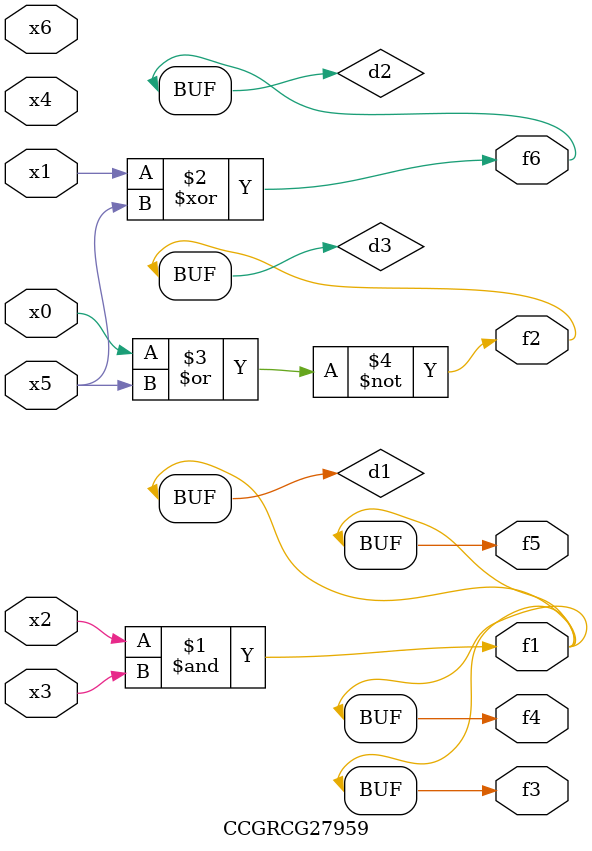
<source format=v>
module CCGRCG27959(
	input x0, x1, x2, x3, x4, x5, x6,
	output f1, f2, f3, f4, f5, f6
);

	wire d1, d2, d3;

	and (d1, x2, x3);
	xor (d2, x1, x5);
	nor (d3, x0, x5);
	assign f1 = d1;
	assign f2 = d3;
	assign f3 = d1;
	assign f4 = d1;
	assign f5 = d1;
	assign f6 = d2;
endmodule

</source>
